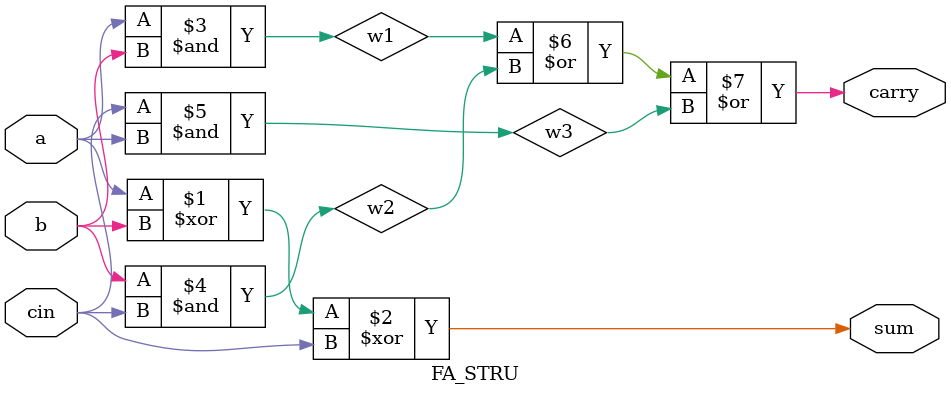
<source format=v>
module FA_STRU(input a,b,cin,output sum,carry);
wire w1,w2,w3;
xor(sum,a,b,cin);
and(w1,a,b);
and(w2,b,cin);
and(w3,cin,a);
or(carry,w1,w2,w3);
endmodule

</source>
